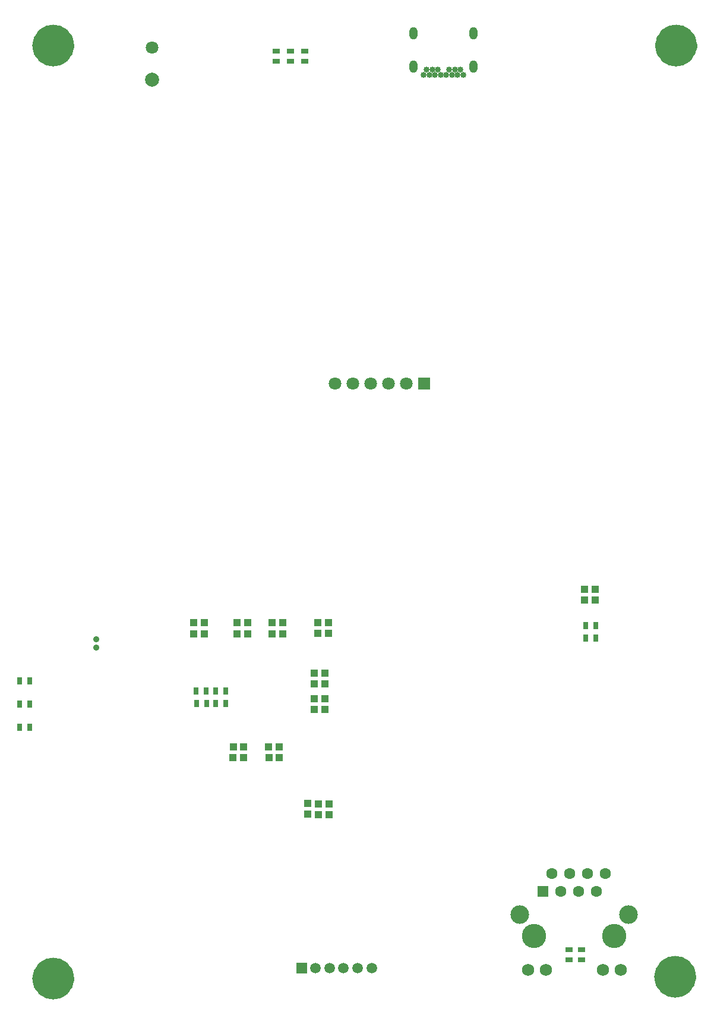
<source format=gbs>
%FSTAX23Y23*%
%MOIN*%
%SFA1B1*%

%IPPOS*%
%ADD73R,0.039500X0.039500*%
%ADD74R,0.029700X0.043400*%
%ADD80C,0.071000*%
%ADD87R,0.043400X0.029700*%
%ADD88R,0.039500X0.039500*%
%ADD121R,0.063000X0.063000*%
%ADD122C,0.063000*%
%ADD123C,0.068200*%
%ADD124C,0.104300*%
%ADD125C,0.136000*%
%ADD126C,0.059200*%
%ADD127R,0.059200X0.059200*%
%ADD128C,0.035600*%
%ADD129C,0.078900*%
%ADD130O,0.047400X0.071000*%
%ADD131C,0.033600*%
%ADD132R,0.071000X0.071000*%
%ADD155C,0.118100*%
%LNpch_mainboard-1*%
%LPD*%
G54D73*
X01259Y01439D03*
X01318D03*
X01319Y01499D03*
X0126D03*
X01459D03*
X0146Y01439D03*
X01519D03*
X01518Y01499D03*
X01739Y0118D03*
Y0112D03*
X01798D03*
Y0118D03*
X01794Y02135D03*
Y02195D03*
X01735D03*
Y02135D03*
X01539Y02196D03*
X01479D03*
Y02133D03*
X01539D03*
X01341Y02196D03*
Y02133D03*
X01281Y02196D03*
Y02133D03*
X01098Y02196D03*
X01038D03*
Y02133D03*
X01098D03*
G54D74*
X00118Y0161D03*
Y0174D03*
Y0187D03*
X00061D03*
Y0174D03*
Y0161D03*
X01053Y01741D03*
X0111D03*
X01161D03*
X01162Y01812D03*
X01109D03*
X01052D03*
X01219D03*
X01219Y01741D03*
X03236Y0211D03*
X03293D03*
Y0218D03*
X03236D03*
G54D80*
X0213Y03535D03*
X0223D03*
X0203D03*
X0193D03*
X0183D03*
X00805Y05417D03*
G54D87*
X03145Y00306D03*
X03215D03*
Y00363D03*
X03145D03*
X0166Y05342D03*
Y054D03*
X0158D03*
Y05342D03*
X015D03*
Y054D03*
G54D88*
X01676Y01123D03*
Y01182D03*
X01714Y01708D03*
X01774D03*
Y01767D03*
X01714D03*
Y01853D03*
X01774D03*
Y01912D03*
X01714D03*
X03232Y02322D03*
X03292D03*
Y02381D03*
X03232D03*
G54D121*
X02999Y0069D03*
G54D122*
X03099Y0069D03*
X03199D03*
X03299D03*
X03249Y0079D03*
X03349D03*
X03149D03*
X03049D03*
G54D123*
X02913Y00247D03*
X03013D03*
X03335D03*
X03435D03*
G54D124*
X02869Y0056D03*
X03479D03*
G54D125*
X02949Y0044D03*
X03399D03*
G54D126*
X01721Y00258D03*
X018D03*
X01879D03*
X01958D03*
X02036D03*
G54D127*
X01643Y00258D03*
G54D128*
X0049Y02056D03*
Y02103D03*
G54D129*
X00805Y0524D03*
G54D130*
X02608Y05312D03*
Y05498D03*
X02271D03*
Y05312D03*
G54D131*
X02424Y05266D03*
X02455D03*
X02487D03*
X02518D03*
X0255D03*
X02534Y05294D03*
X02503D03*
X02471D03*
X02408D03*
X02377D03*
X02345D03*
X02329Y05266D03*
X02361D03*
X02392D03*
G54D132*
X0233Y03535D03*
G54D155*
X00309Y002D02*
D01*
D01*
G75*
G03X0019I-00059J0D01*
G74*G01*
D01*
G75*
G03X00309I00059J0D01*
G74*G01*
X03799Y0021D02*
D01*
D01*
G75*
G03X0368I-00059J0D01*
G74*G01*
D01*
G75*
G03X03799I00059J0D01*
G74*G01*
X03804Y0543D02*
D01*
D01*
G75*
G03X03685I-00059J0D01*
G74*G01*
D01*
G75*
G03X03804I00059J0D01*
G74*G01*
X00309D02*
D01*
D01*
G75*
G03X0019I-00059J0D01*
G74*G01*
D01*
G75*
G03X00309I00059J0D01*
G74*G01*
M02*
</source>
